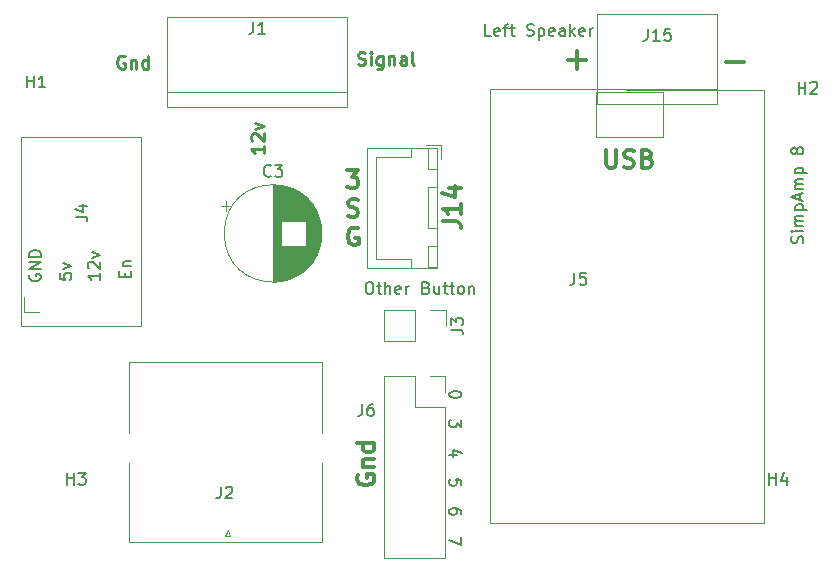
<source format=gbr>
G04 #@! TF.GenerationSoftware,KiCad,Pcbnew,(6.0.0)*
G04 #@! TF.CreationDate,2022-07-24T20:55:29-05:00*
G04 #@! TF.ProjectId,SimpleBuildSoundsAmp,53696d70-6c65-4427-9569-6c64536f756e,rev?*
G04 #@! TF.SameCoordinates,Original*
G04 #@! TF.FileFunction,Legend,Top*
G04 #@! TF.FilePolarity,Positive*
%FSLAX46Y46*%
G04 Gerber Fmt 4.6, Leading zero omitted, Abs format (unit mm)*
G04 Created by KiCad (PCBNEW (6.0.0)) date 2022-07-24 20:55:29*
%MOMM*%
%LPD*%
G01*
G04 APERTURE LIST*
%ADD10C,0.223800*%
%ADD11C,0.149860*%
%ADD12C,0.150000*%
%ADD13C,0.300000*%
%ADD14C,0.120000*%
G04 APERTURE END LIST*
D10*
X142792857Y-47650000D02*
X142688095Y-47597619D01*
X142530952Y-47597619D01*
X142373809Y-47650000D01*
X142269047Y-47754761D01*
X142216666Y-47859523D01*
X142164285Y-48069047D01*
X142164285Y-48226190D01*
X142216666Y-48435714D01*
X142269047Y-48540476D01*
X142373809Y-48645238D01*
X142530952Y-48697619D01*
X142635714Y-48697619D01*
X142792857Y-48645238D01*
X142845238Y-48592857D01*
X142845238Y-48226190D01*
X142635714Y-48226190D01*
X143316666Y-47964285D02*
X143316666Y-48697619D01*
X143316666Y-48069047D02*
X143369047Y-48016666D01*
X143473809Y-47964285D01*
X143630952Y-47964285D01*
X143735714Y-48016666D01*
X143788095Y-48121428D01*
X143788095Y-48697619D01*
X144783333Y-48697619D02*
X144783333Y-47597619D01*
X144783333Y-48645238D02*
X144678571Y-48697619D01*
X144469047Y-48697619D01*
X144364285Y-48645238D01*
X144311904Y-48592857D01*
X144259523Y-48488095D01*
X144259523Y-48173809D01*
X144311904Y-48069047D01*
X144364285Y-48016666D01*
X144469047Y-47964285D01*
X144678571Y-47964285D01*
X144783333Y-48016666D01*
X162542857Y-48345238D02*
X162700000Y-48397619D01*
X162961904Y-48397619D01*
X163066666Y-48345238D01*
X163119047Y-48292857D01*
X163171428Y-48188095D01*
X163171428Y-48083333D01*
X163119047Y-47978571D01*
X163066666Y-47926190D01*
X162961904Y-47873809D01*
X162752380Y-47821428D01*
X162647619Y-47769047D01*
X162595238Y-47716666D01*
X162542857Y-47611904D01*
X162542857Y-47507142D01*
X162595238Y-47402380D01*
X162647619Y-47350000D01*
X162752380Y-47297619D01*
X163014285Y-47297619D01*
X163171428Y-47350000D01*
X163642857Y-48397619D02*
X163642857Y-47664285D01*
X163642857Y-47297619D02*
X163590476Y-47350000D01*
X163642857Y-47402380D01*
X163695238Y-47350000D01*
X163642857Y-47297619D01*
X163642857Y-47402380D01*
X164638095Y-47664285D02*
X164638095Y-48554761D01*
X164585714Y-48659523D01*
X164533333Y-48711904D01*
X164428571Y-48764285D01*
X164271428Y-48764285D01*
X164166666Y-48711904D01*
X164638095Y-48345238D02*
X164533333Y-48397619D01*
X164323809Y-48397619D01*
X164219047Y-48345238D01*
X164166666Y-48292857D01*
X164114285Y-48188095D01*
X164114285Y-47873809D01*
X164166666Y-47769047D01*
X164219047Y-47716666D01*
X164323809Y-47664285D01*
X164533333Y-47664285D01*
X164638095Y-47716666D01*
X165161904Y-47664285D02*
X165161904Y-48397619D01*
X165161904Y-47769047D02*
X165214285Y-47716666D01*
X165319047Y-47664285D01*
X165476190Y-47664285D01*
X165580952Y-47716666D01*
X165633333Y-47821428D01*
X165633333Y-48397619D01*
X166628571Y-48397619D02*
X166628571Y-47821428D01*
X166576190Y-47716666D01*
X166471428Y-47664285D01*
X166261904Y-47664285D01*
X166157142Y-47716666D01*
X166628571Y-48345238D02*
X166523809Y-48397619D01*
X166261904Y-48397619D01*
X166157142Y-48345238D01*
X166104761Y-48240476D01*
X166104761Y-48135714D01*
X166157142Y-48030952D01*
X166261904Y-47978571D01*
X166523809Y-47978571D01*
X166628571Y-47926190D01*
X167309523Y-48397619D02*
X167204761Y-48345238D01*
X167152380Y-48240476D01*
X167152380Y-47297619D01*
D11*
X200204761Y-63472610D02*
X200252380Y-63329754D01*
X200252380Y-63091659D01*
X200204761Y-62996421D01*
X200157142Y-62948802D01*
X200061904Y-62901183D01*
X199966666Y-62901183D01*
X199871428Y-62948802D01*
X199823809Y-62996421D01*
X199776190Y-63091659D01*
X199728571Y-63282135D01*
X199680952Y-63377373D01*
X199633333Y-63424992D01*
X199538095Y-63472610D01*
X199442857Y-63472610D01*
X199347619Y-63424992D01*
X199300001Y-63377373D01*
X199252382Y-63282135D01*
X199252382Y-63044040D01*
X199300001Y-62901183D01*
X200252380Y-62472612D02*
X199585714Y-62472612D01*
X199252382Y-62472612D02*
X199300001Y-62520231D01*
X199347619Y-62472612D01*
X199300001Y-62424994D01*
X199252382Y-62472612D01*
X199347619Y-62472612D01*
X200252380Y-61996423D02*
X199585714Y-61996423D01*
X199680952Y-61996423D02*
X199633333Y-61948804D01*
X199585714Y-61853566D01*
X199585714Y-61710709D01*
X199633333Y-61615471D01*
X199728571Y-61567852D01*
X200252380Y-61567852D01*
X199728571Y-61567852D02*
X199633333Y-61520233D01*
X199585714Y-61424996D01*
X199585714Y-61282139D01*
X199633333Y-61186901D01*
X199728571Y-61139282D01*
X200252380Y-61139282D01*
X199585714Y-60663092D02*
X200585712Y-60663092D01*
X199633333Y-60663092D02*
X199585714Y-60567854D01*
X199585714Y-60377379D01*
X199633333Y-60282141D01*
X199680952Y-60234522D01*
X199776190Y-60186903D01*
X200061904Y-60186903D01*
X200157142Y-60234522D01*
X200204761Y-60282141D01*
X200252380Y-60377379D01*
X200252380Y-60567854D01*
X200204761Y-60663092D01*
X199966666Y-59805951D02*
X199966666Y-59329762D01*
X200252380Y-59901189D02*
X199252382Y-59567856D01*
X200252380Y-59234524D01*
X200252380Y-58901191D02*
X199585714Y-58901191D01*
X199680952Y-58901191D02*
X199633333Y-58853572D01*
X199585714Y-58758334D01*
X199585714Y-58615477D01*
X199633333Y-58520239D01*
X199728571Y-58472620D01*
X200252380Y-58472620D01*
X199728571Y-58472620D02*
X199633333Y-58425002D01*
X199585714Y-58329764D01*
X199585714Y-58186907D01*
X199633333Y-58091669D01*
X199728571Y-58044050D01*
X200252380Y-58044050D01*
X199585714Y-57567860D02*
X200585712Y-57567860D01*
X199633333Y-57567860D02*
X199585714Y-57472622D01*
X199585714Y-57282147D01*
X199633333Y-57186909D01*
X199680952Y-57139290D01*
X199776190Y-57091671D01*
X200061904Y-57091671D01*
X200157142Y-57139290D01*
X200204761Y-57186909D01*
X200252380Y-57282147D01*
X200252380Y-57472622D01*
X200204761Y-57567860D01*
X199680952Y-55758340D02*
X199633333Y-55853578D01*
X199585714Y-55901197D01*
X199490476Y-55948816D01*
X199442857Y-55948816D01*
X199347619Y-55901197D01*
X199300001Y-55853578D01*
X199252382Y-55758340D01*
X199252382Y-55567864D01*
X199300001Y-55472626D01*
X199347619Y-55425008D01*
X199442857Y-55377389D01*
X199490476Y-55377389D01*
X199585714Y-55425008D01*
X199633333Y-55472626D01*
X199680952Y-55567864D01*
X199680952Y-55758340D01*
X199728571Y-55853578D01*
X199776190Y-55901197D01*
X199871428Y-55948816D01*
X200061904Y-55948816D01*
X200157142Y-55901197D01*
X200204761Y-55853578D01*
X200252380Y-55758340D01*
X200252380Y-55567864D01*
X200204761Y-55472626D01*
X200157142Y-55425008D01*
X200061904Y-55377389D01*
X199871428Y-55377389D01*
X199776190Y-55425008D01*
X199728571Y-55472626D01*
X199680952Y-55567864D01*
D10*
X154597619Y-55228571D02*
X154597619Y-55857142D01*
X154597619Y-55542857D02*
X153497619Y-55542857D01*
X153654761Y-55647619D01*
X153759523Y-55752380D01*
X153811904Y-55857142D01*
X153602380Y-54809523D02*
X153550000Y-54757142D01*
X153497619Y-54652380D01*
X153497619Y-54390476D01*
X153550000Y-54285714D01*
X153602380Y-54233333D01*
X153707142Y-54180952D01*
X153811904Y-54180952D01*
X153969047Y-54233333D01*
X154597619Y-54861904D01*
X154597619Y-54180952D01*
X153864285Y-53814285D02*
X154597619Y-53552380D01*
X153864285Y-53290476D01*
D12*
X171287619Y-76250952D02*
X171287619Y-76346190D01*
X171240000Y-76441428D01*
X171192380Y-76489047D01*
X171097142Y-76536666D01*
X170906666Y-76584285D01*
X170668571Y-76584285D01*
X170478095Y-76536666D01*
X170382857Y-76489047D01*
X170335238Y-76441428D01*
X170287619Y-76346190D01*
X170287619Y-76250952D01*
X170335238Y-76155714D01*
X170382857Y-76108095D01*
X170478095Y-76060476D01*
X170668571Y-76012857D01*
X170906666Y-76012857D01*
X171097142Y-76060476D01*
X171192380Y-76108095D01*
X171240000Y-76155714D01*
X171287619Y-76250952D01*
X171287619Y-78441428D02*
X171287619Y-79060476D01*
X170906666Y-78727142D01*
X170906666Y-78870000D01*
X170859047Y-78965238D01*
X170811428Y-79012857D01*
X170716190Y-79060476D01*
X170478095Y-79060476D01*
X170382857Y-79012857D01*
X170335238Y-78965238D01*
X170287619Y-78870000D01*
X170287619Y-78584285D01*
X170335238Y-78489047D01*
X170382857Y-78441428D01*
X170954285Y-81441428D02*
X170287619Y-81441428D01*
X171335238Y-81203333D02*
X170620952Y-80965238D01*
X170620952Y-81584285D01*
X171287619Y-83965238D02*
X171287619Y-83489047D01*
X170811428Y-83441428D01*
X170859047Y-83489047D01*
X170906666Y-83584285D01*
X170906666Y-83822380D01*
X170859047Y-83917619D01*
X170811428Y-83965238D01*
X170716190Y-84012857D01*
X170478095Y-84012857D01*
X170382857Y-83965238D01*
X170335238Y-83917619D01*
X170287619Y-83822380D01*
X170287619Y-83584285D01*
X170335238Y-83489047D01*
X170382857Y-83441428D01*
X171287619Y-86393809D02*
X171287619Y-86203333D01*
X171240000Y-86108095D01*
X171192380Y-86060476D01*
X171049523Y-85965238D01*
X170859047Y-85917619D01*
X170478095Y-85917619D01*
X170382857Y-85965238D01*
X170335238Y-86012857D01*
X170287619Y-86108095D01*
X170287619Y-86298571D01*
X170335238Y-86393809D01*
X170382857Y-86441428D01*
X170478095Y-86489047D01*
X170716190Y-86489047D01*
X170811428Y-86441428D01*
X170859047Y-86393809D01*
X170906666Y-86298571D01*
X170906666Y-86108095D01*
X170859047Y-86012857D01*
X170811428Y-85965238D01*
X170716190Y-85917619D01*
X171287619Y-88346190D02*
X171287619Y-89012857D01*
X170287619Y-88584285D01*
D13*
X183557142Y-55578571D02*
X183557142Y-56792857D01*
X183628571Y-56935714D01*
X183700000Y-57007142D01*
X183842857Y-57078571D01*
X184128571Y-57078571D01*
X184271428Y-57007142D01*
X184342857Y-56935714D01*
X184414285Y-56792857D01*
X184414285Y-55578571D01*
X185057142Y-57007142D02*
X185271428Y-57078571D01*
X185628571Y-57078571D01*
X185771428Y-57007142D01*
X185842857Y-56935714D01*
X185914285Y-56792857D01*
X185914285Y-56650000D01*
X185842857Y-56507142D01*
X185771428Y-56435714D01*
X185628571Y-56364285D01*
X185342857Y-56292857D01*
X185200000Y-56221428D01*
X185128571Y-56150000D01*
X185057142Y-56007142D01*
X185057142Y-55864285D01*
X185128571Y-55721428D01*
X185200000Y-55650000D01*
X185342857Y-55578571D01*
X185700000Y-55578571D01*
X185914285Y-55650000D01*
X187057142Y-56292857D02*
X187271428Y-56364285D01*
X187342857Y-56435714D01*
X187414285Y-56578571D01*
X187414285Y-56792857D01*
X187342857Y-56935714D01*
X187271428Y-57007142D01*
X187128571Y-57078571D01*
X186557142Y-57078571D01*
X186557142Y-55578571D01*
X187057142Y-55578571D01*
X187200000Y-55650000D01*
X187271428Y-55721428D01*
X187342857Y-55864285D01*
X187342857Y-56007142D01*
X187271428Y-56150000D01*
X187200000Y-56221428D01*
X187057142Y-56292857D01*
X186557142Y-56292857D01*
X193738095Y-48142857D02*
X195261904Y-48142857D01*
X162510000Y-83124285D02*
X162438571Y-83267142D01*
X162438571Y-83481428D01*
X162510000Y-83695714D01*
X162652857Y-83838571D01*
X162795714Y-83910000D01*
X163081428Y-83981428D01*
X163295714Y-83981428D01*
X163581428Y-83910000D01*
X163724285Y-83838571D01*
X163867142Y-83695714D01*
X163938571Y-83481428D01*
X163938571Y-83338571D01*
X163867142Y-83124285D01*
X163795714Y-83052857D01*
X163295714Y-83052857D01*
X163295714Y-83338571D01*
X162938571Y-82410000D02*
X163938571Y-82410000D01*
X163081428Y-82410000D02*
X163010000Y-82338571D01*
X162938571Y-82195714D01*
X162938571Y-81981428D01*
X163010000Y-81838571D01*
X163152857Y-81767142D01*
X163938571Y-81767142D01*
X163938571Y-80410000D02*
X162438571Y-80410000D01*
X163867142Y-80410000D02*
X163938571Y-80552857D01*
X163938571Y-80838571D01*
X163867142Y-80981428D01*
X163795714Y-81052857D01*
X163652857Y-81124285D01*
X163224285Y-81124285D01*
X163081428Y-81052857D01*
X163010000Y-80981428D01*
X162938571Y-80838571D01*
X162938571Y-80552857D01*
X163010000Y-80410000D01*
X180338095Y-47942857D02*
X181861904Y-47942857D01*
X181100000Y-48704761D02*
X181100000Y-47180952D01*
X161650000Y-57323571D02*
X162578571Y-57323571D01*
X162078571Y-57895000D01*
X162292857Y-57895000D01*
X162435714Y-57966428D01*
X162507142Y-58037857D01*
X162578571Y-58180714D01*
X162578571Y-58537857D01*
X162507142Y-58680714D01*
X162435714Y-58752142D01*
X162292857Y-58823571D01*
X161864285Y-58823571D01*
X161721428Y-58752142D01*
X161650000Y-58680714D01*
X161721428Y-61167142D02*
X161935714Y-61238571D01*
X162292857Y-61238571D01*
X162435714Y-61167142D01*
X162507142Y-61095714D01*
X162578571Y-60952857D01*
X162578571Y-60810000D01*
X162507142Y-60667142D01*
X162435714Y-60595714D01*
X162292857Y-60524285D01*
X162007142Y-60452857D01*
X161864285Y-60381428D01*
X161792857Y-60310000D01*
X161721428Y-60167142D01*
X161721428Y-60024285D01*
X161792857Y-59881428D01*
X161864285Y-59810000D01*
X162007142Y-59738571D01*
X162364285Y-59738571D01*
X162578571Y-59810000D01*
X162542857Y-62225000D02*
X162400000Y-62153571D01*
X162185714Y-62153571D01*
X161971428Y-62225000D01*
X161828571Y-62367857D01*
X161757142Y-62510714D01*
X161685714Y-62796428D01*
X161685714Y-63010714D01*
X161757142Y-63296428D01*
X161828571Y-63439285D01*
X161971428Y-63582142D01*
X162185714Y-63653571D01*
X162328571Y-63653571D01*
X162542857Y-63582142D01*
X162614285Y-63510714D01*
X162614285Y-63010714D01*
X162328571Y-63010714D01*
D12*
X170442380Y-70803333D02*
X171156666Y-70803333D01*
X171299523Y-70850952D01*
X171394761Y-70946190D01*
X171442380Y-71089047D01*
X171442380Y-71184285D01*
X170442380Y-70422380D02*
X170442380Y-69803333D01*
X170823333Y-70136666D01*
X170823333Y-69993809D01*
X170870952Y-69898571D01*
X170918571Y-69850952D01*
X171013809Y-69803333D01*
X171251904Y-69803333D01*
X171347142Y-69850952D01*
X171394761Y-69898571D01*
X171442380Y-69993809D01*
X171442380Y-70279523D01*
X171394761Y-70374761D01*
X171347142Y-70422380D01*
X163429047Y-66772380D02*
X163619523Y-66772380D01*
X163714761Y-66820000D01*
X163810000Y-66915238D01*
X163857619Y-67105714D01*
X163857619Y-67439047D01*
X163810000Y-67629523D01*
X163714761Y-67724761D01*
X163619523Y-67772380D01*
X163429047Y-67772380D01*
X163333809Y-67724761D01*
X163238571Y-67629523D01*
X163190952Y-67439047D01*
X163190952Y-67105714D01*
X163238571Y-66915238D01*
X163333809Y-66820000D01*
X163429047Y-66772380D01*
X164143333Y-67105714D02*
X164524285Y-67105714D01*
X164286190Y-66772380D02*
X164286190Y-67629523D01*
X164333809Y-67724761D01*
X164429047Y-67772380D01*
X164524285Y-67772380D01*
X164857619Y-67772380D02*
X164857619Y-66772380D01*
X165286190Y-67772380D02*
X165286190Y-67248571D01*
X165238571Y-67153333D01*
X165143333Y-67105714D01*
X165000476Y-67105714D01*
X164905238Y-67153333D01*
X164857619Y-67200952D01*
X166143333Y-67724761D02*
X166048095Y-67772380D01*
X165857619Y-67772380D01*
X165762380Y-67724761D01*
X165714761Y-67629523D01*
X165714761Y-67248571D01*
X165762380Y-67153333D01*
X165857619Y-67105714D01*
X166048095Y-67105714D01*
X166143333Y-67153333D01*
X166190952Y-67248571D01*
X166190952Y-67343809D01*
X165714761Y-67439047D01*
X166619523Y-67772380D02*
X166619523Y-67105714D01*
X166619523Y-67296190D02*
X166667142Y-67200952D01*
X166714761Y-67153333D01*
X166810000Y-67105714D01*
X166905238Y-67105714D01*
X168333809Y-67248571D02*
X168476666Y-67296190D01*
X168524285Y-67343809D01*
X168571904Y-67439047D01*
X168571904Y-67581904D01*
X168524285Y-67677142D01*
X168476666Y-67724761D01*
X168381428Y-67772380D01*
X168000476Y-67772380D01*
X168000476Y-66772380D01*
X168333809Y-66772380D01*
X168429047Y-66820000D01*
X168476666Y-66867619D01*
X168524285Y-66962857D01*
X168524285Y-67058095D01*
X168476666Y-67153333D01*
X168429047Y-67200952D01*
X168333809Y-67248571D01*
X168000476Y-67248571D01*
X169429047Y-67105714D02*
X169429047Y-67772380D01*
X169000476Y-67105714D02*
X169000476Y-67629523D01*
X169048095Y-67724761D01*
X169143333Y-67772380D01*
X169286190Y-67772380D01*
X169381428Y-67724761D01*
X169429047Y-67677142D01*
X169762380Y-67105714D02*
X170143333Y-67105714D01*
X169905238Y-66772380D02*
X169905238Y-67629523D01*
X169952857Y-67724761D01*
X170048095Y-67772380D01*
X170143333Y-67772380D01*
X170333809Y-67105714D02*
X170714761Y-67105714D01*
X170476666Y-66772380D02*
X170476666Y-67629523D01*
X170524285Y-67724761D01*
X170619523Y-67772380D01*
X170714761Y-67772380D01*
X171190952Y-67772380D02*
X171095714Y-67724761D01*
X171048095Y-67677142D01*
X171000476Y-67581904D01*
X171000476Y-67296190D01*
X171048095Y-67200952D01*
X171095714Y-67153333D01*
X171190952Y-67105714D01*
X171333809Y-67105714D01*
X171429047Y-67153333D01*
X171476666Y-67200952D01*
X171524285Y-67296190D01*
X171524285Y-67581904D01*
X171476666Y-67677142D01*
X171429047Y-67724761D01*
X171333809Y-67772380D01*
X171190952Y-67772380D01*
X171952857Y-67105714D02*
X171952857Y-67772380D01*
X171952857Y-67200952D02*
X172000476Y-67153333D01*
X172095714Y-67105714D01*
X172238571Y-67105714D01*
X172333809Y-67153333D01*
X172381428Y-67248571D01*
X172381428Y-67772380D01*
X155183333Y-57757142D02*
X155135714Y-57804761D01*
X154992857Y-57852380D01*
X154897619Y-57852380D01*
X154754761Y-57804761D01*
X154659523Y-57709523D01*
X154611904Y-57614285D01*
X154564285Y-57423809D01*
X154564285Y-57280952D01*
X154611904Y-57090476D01*
X154659523Y-56995238D01*
X154754761Y-56900000D01*
X154897619Y-56852380D01*
X154992857Y-56852380D01*
X155135714Y-56900000D01*
X155183333Y-56947619D01*
X155516666Y-56852380D02*
X156135714Y-56852380D01*
X155802380Y-57233333D01*
X155945238Y-57233333D01*
X156040476Y-57280952D01*
X156088095Y-57328571D01*
X156135714Y-57423809D01*
X156135714Y-57661904D01*
X156088095Y-57757142D01*
X156040476Y-57804761D01*
X155945238Y-57852380D01*
X155659523Y-57852380D01*
X155564285Y-57804761D01*
X155516666Y-57757142D01*
X138634780Y-61228633D02*
X139349066Y-61228633D01*
X139491923Y-61276252D01*
X139587161Y-61371490D01*
X139634780Y-61514347D01*
X139634780Y-61609585D01*
X138968114Y-60323871D02*
X139634780Y-60323871D01*
X138587161Y-60561966D02*
X139301447Y-60800061D01*
X139301447Y-60181014D01*
X140666020Y-65998088D02*
X140666020Y-66569517D01*
X140666020Y-66283802D02*
X139666020Y-66283802D01*
X139808878Y-66379040D01*
X139904116Y-66474279D01*
X139951735Y-66569517D01*
X139761259Y-65617136D02*
X139713640Y-65569517D01*
X139666020Y-65474279D01*
X139666020Y-65236183D01*
X139713640Y-65140945D01*
X139761259Y-65093326D01*
X139856497Y-65045707D01*
X139951735Y-65045707D01*
X140094592Y-65093326D01*
X140666020Y-65664755D01*
X140666020Y-65045707D01*
X139999354Y-64712374D02*
X140666020Y-64474279D01*
X139999354Y-64236183D01*
X137278420Y-66041957D02*
X137278420Y-66518147D01*
X137754611Y-66565766D01*
X137706992Y-66518147D01*
X137659373Y-66422909D01*
X137659373Y-66184814D01*
X137706992Y-66089576D01*
X137754611Y-66041957D01*
X137849849Y-65994338D01*
X138087944Y-65994338D01*
X138183182Y-66041957D01*
X138230801Y-66089576D01*
X138278420Y-66184814D01*
X138278420Y-66422909D01*
X138230801Y-66518147D01*
X138183182Y-66565766D01*
X137611754Y-65661004D02*
X138278420Y-65422909D01*
X137611754Y-65184814D01*
X134742860Y-66147924D02*
X134695240Y-66243162D01*
X134695240Y-66386020D01*
X134742860Y-66528877D01*
X134838098Y-66624115D01*
X134933336Y-66671734D01*
X135123812Y-66719353D01*
X135266669Y-66719353D01*
X135457145Y-66671734D01*
X135552383Y-66624115D01*
X135647621Y-66528877D01*
X135695240Y-66386020D01*
X135695240Y-66290781D01*
X135647621Y-66147924D01*
X135600002Y-66100305D01*
X135266669Y-66100305D01*
X135266669Y-66290781D01*
X135695240Y-65671734D02*
X134695240Y-65671734D01*
X135695240Y-65100305D01*
X134695240Y-65100305D01*
X135695240Y-64624115D02*
X134695240Y-64624115D01*
X134695240Y-64386020D01*
X134742860Y-64243162D01*
X134838098Y-64147924D01*
X134933336Y-64100305D01*
X135123812Y-64052686D01*
X135266669Y-64052686D01*
X135457145Y-64100305D01*
X135552383Y-64147924D01*
X135647621Y-64243162D01*
X135695240Y-64386020D01*
X135695240Y-64624115D01*
X142806671Y-66349866D02*
X142806671Y-66016533D01*
X143330480Y-65873676D02*
X143330480Y-66349866D01*
X142330480Y-66349866D01*
X142330480Y-65873676D01*
X142663814Y-65445104D02*
X143330480Y-65445104D01*
X142759052Y-65445104D02*
X142711433Y-65397485D01*
X142663814Y-65302247D01*
X142663814Y-65159390D01*
X142711433Y-65064152D01*
X142806671Y-65016533D01*
X143330480Y-65016533D01*
X150919066Y-84080300D02*
X150919066Y-84794586D01*
X150871447Y-84937443D01*
X150776209Y-85032681D01*
X150633352Y-85080300D01*
X150538114Y-85080300D01*
X151347638Y-84175539D02*
X151395257Y-84127920D01*
X151490495Y-84080300D01*
X151728590Y-84080300D01*
X151823828Y-84127920D01*
X151871447Y-84175539D01*
X151919066Y-84270777D01*
X151919066Y-84366015D01*
X151871447Y-84508872D01*
X151300019Y-85080300D01*
X151919066Y-85080300D01*
X187090476Y-45342380D02*
X187090476Y-46056666D01*
X187042857Y-46199523D01*
X186947619Y-46294761D01*
X186804761Y-46342380D01*
X186709523Y-46342380D01*
X188090476Y-46342380D02*
X187519047Y-46342380D01*
X187804761Y-46342380D02*
X187804761Y-45342380D01*
X187709523Y-45485238D01*
X187614285Y-45580476D01*
X187519047Y-45628095D01*
X188995238Y-45342380D02*
X188519047Y-45342380D01*
X188471428Y-45818571D01*
X188519047Y-45770952D01*
X188614285Y-45723333D01*
X188852380Y-45723333D01*
X188947619Y-45770952D01*
X188995238Y-45818571D01*
X189042857Y-45913809D01*
X189042857Y-46151904D01*
X188995238Y-46247142D01*
X188947619Y-46294761D01*
X188852380Y-46342380D01*
X188614285Y-46342380D01*
X188519047Y-46294761D01*
X188471428Y-46247142D01*
X173806190Y-45922380D02*
X173330000Y-45922380D01*
X173330000Y-44922380D01*
X174520476Y-45874761D02*
X174425238Y-45922380D01*
X174234761Y-45922380D01*
X174139523Y-45874761D01*
X174091904Y-45779523D01*
X174091904Y-45398571D01*
X174139523Y-45303333D01*
X174234761Y-45255714D01*
X174425238Y-45255714D01*
X174520476Y-45303333D01*
X174568095Y-45398571D01*
X174568095Y-45493809D01*
X174091904Y-45589047D01*
X174853809Y-45255714D02*
X175234761Y-45255714D01*
X174996666Y-45922380D02*
X174996666Y-45065238D01*
X175044285Y-44970000D01*
X175139523Y-44922380D01*
X175234761Y-44922380D01*
X175425238Y-45255714D02*
X175806190Y-45255714D01*
X175568095Y-44922380D02*
X175568095Y-45779523D01*
X175615714Y-45874761D01*
X175710952Y-45922380D01*
X175806190Y-45922380D01*
X176853809Y-45874761D02*
X176996666Y-45922380D01*
X177234761Y-45922380D01*
X177330000Y-45874761D01*
X177377619Y-45827142D01*
X177425238Y-45731904D01*
X177425238Y-45636666D01*
X177377619Y-45541428D01*
X177330000Y-45493809D01*
X177234761Y-45446190D01*
X177044285Y-45398571D01*
X176949047Y-45350952D01*
X176901428Y-45303333D01*
X176853809Y-45208095D01*
X176853809Y-45112857D01*
X176901428Y-45017619D01*
X176949047Y-44970000D01*
X177044285Y-44922380D01*
X177282380Y-44922380D01*
X177425238Y-44970000D01*
X177853809Y-45255714D02*
X177853809Y-46255714D01*
X177853809Y-45303333D02*
X177949047Y-45255714D01*
X178139523Y-45255714D01*
X178234761Y-45303333D01*
X178282380Y-45350952D01*
X178330000Y-45446190D01*
X178330000Y-45731904D01*
X178282380Y-45827142D01*
X178234761Y-45874761D01*
X178139523Y-45922380D01*
X177949047Y-45922380D01*
X177853809Y-45874761D01*
X179139523Y-45874761D02*
X179044285Y-45922380D01*
X178853809Y-45922380D01*
X178758571Y-45874761D01*
X178710952Y-45779523D01*
X178710952Y-45398571D01*
X178758571Y-45303333D01*
X178853809Y-45255714D01*
X179044285Y-45255714D01*
X179139523Y-45303333D01*
X179187142Y-45398571D01*
X179187142Y-45493809D01*
X178710952Y-45589047D01*
X180044285Y-45922380D02*
X180044285Y-45398571D01*
X179996666Y-45303333D01*
X179901428Y-45255714D01*
X179710952Y-45255714D01*
X179615714Y-45303333D01*
X180044285Y-45874761D02*
X179949047Y-45922380D01*
X179710952Y-45922380D01*
X179615714Y-45874761D01*
X179568095Y-45779523D01*
X179568095Y-45684285D01*
X179615714Y-45589047D01*
X179710952Y-45541428D01*
X179949047Y-45541428D01*
X180044285Y-45493809D01*
X180520476Y-45922380D02*
X180520476Y-44922380D01*
X180615714Y-45541428D02*
X180901428Y-45922380D01*
X180901428Y-45255714D02*
X180520476Y-45636666D01*
X181710952Y-45874761D02*
X181615714Y-45922380D01*
X181425238Y-45922380D01*
X181330000Y-45874761D01*
X181282380Y-45779523D01*
X181282380Y-45398571D01*
X181330000Y-45303333D01*
X181425238Y-45255714D01*
X181615714Y-45255714D01*
X181710952Y-45303333D01*
X181758571Y-45398571D01*
X181758571Y-45493809D01*
X181282380Y-45589047D01*
X182187142Y-45922380D02*
X182187142Y-45255714D01*
X182187142Y-45446190D02*
X182234761Y-45350952D01*
X182282380Y-45303333D01*
X182377619Y-45255714D01*
X182472857Y-45255714D01*
X134518095Y-50282380D02*
X134518095Y-49282380D01*
X134518095Y-49758571D02*
X135089523Y-49758571D01*
X135089523Y-50282380D02*
X135089523Y-49282380D01*
X136089523Y-50282380D02*
X135518095Y-50282380D01*
X135803809Y-50282380D02*
X135803809Y-49282380D01*
X135708571Y-49425238D01*
X135613333Y-49520476D01*
X135518095Y-49568095D01*
X199848095Y-50822380D02*
X199848095Y-49822380D01*
X199848095Y-50298571D02*
X200419523Y-50298571D01*
X200419523Y-50822380D02*
X200419523Y-49822380D01*
X200848095Y-49917619D02*
X200895714Y-49870000D01*
X200990952Y-49822380D01*
X201229047Y-49822380D01*
X201324285Y-49870000D01*
X201371904Y-49917619D01*
X201419523Y-50012857D01*
X201419523Y-50108095D01*
X201371904Y-50250952D01*
X200800476Y-50822380D01*
X201419523Y-50822380D01*
X137922095Y-83924880D02*
X137922095Y-82924880D01*
X137922095Y-83401071D02*
X138493523Y-83401071D01*
X138493523Y-83924880D02*
X138493523Y-82924880D01*
X138874476Y-82924880D02*
X139493523Y-82924880D01*
X139160190Y-83305833D01*
X139303047Y-83305833D01*
X139398285Y-83353452D01*
X139445904Y-83401071D01*
X139493523Y-83496309D01*
X139493523Y-83734404D01*
X139445904Y-83829642D01*
X139398285Y-83877261D01*
X139303047Y-83924880D01*
X139017333Y-83924880D01*
X138922095Y-83877261D01*
X138874476Y-83829642D01*
X197358095Y-83924880D02*
X197358095Y-82924880D01*
X197358095Y-83401071D02*
X197929523Y-83401071D01*
X197929523Y-83924880D02*
X197929523Y-82924880D01*
X198834285Y-83258214D02*
X198834285Y-83924880D01*
X198596190Y-82877261D02*
X198358095Y-83591547D01*
X198977142Y-83591547D01*
X180876666Y-65992380D02*
X180876666Y-66706666D01*
X180829047Y-66849523D01*
X180733809Y-66944761D01*
X180590952Y-66992380D01*
X180495714Y-66992380D01*
X181829047Y-65992380D02*
X181352857Y-65992380D01*
X181305238Y-66468571D01*
X181352857Y-66420952D01*
X181448095Y-66373333D01*
X181686190Y-66373333D01*
X181781428Y-66420952D01*
X181829047Y-66468571D01*
X181876666Y-66563809D01*
X181876666Y-66801904D01*
X181829047Y-66897142D01*
X181781428Y-66944761D01*
X181686190Y-66992380D01*
X181448095Y-66992380D01*
X181352857Y-66944761D01*
X181305238Y-66897142D01*
X153666666Y-44752380D02*
X153666666Y-45466666D01*
X153619047Y-45609523D01*
X153523809Y-45704761D01*
X153380952Y-45752380D01*
X153285714Y-45752380D01*
X154666666Y-45752380D02*
X154095238Y-45752380D01*
X154380952Y-45752380D02*
X154380952Y-44752380D01*
X154285714Y-44895238D01*
X154190476Y-44990476D01*
X154095238Y-45038095D01*
D13*
X169738571Y-61634285D02*
X170810000Y-61634285D01*
X171024285Y-61705714D01*
X171167142Y-61848571D01*
X171238571Y-62062857D01*
X171238571Y-62205714D01*
X171238571Y-60134285D02*
X171238571Y-60991428D01*
X171238571Y-60562857D02*
X169738571Y-60562857D01*
X169952857Y-60705714D01*
X170095714Y-60848571D01*
X170167142Y-60991428D01*
X170238571Y-58848571D02*
X171238571Y-58848571D01*
X169667142Y-59205714D02*
X170738571Y-59562857D01*
X170738571Y-58634285D01*
D12*
X162906666Y-77092380D02*
X162906666Y-77806666D01*
X162859047Y-77949523D01*
X162763809Y-78044761D01*
X162620952Y-78092380D01*
X162525714Y-78092380D01*
X163811428Y-77092380D02*
X163620952Y-77092380D01*
X163525714Y-77140000D01*
X163478095Y-77187619D01*
X163382857Y-77330476D01*
X163335238Y-77520952D01*
X163335238Y-77901904D01*
X163382857Y-77997142D01*
X163430476Y-78044761D01*
X163525714Y-78092380D01*
X163716190Y-78092380D01*
X163811428Y-78044761D01*
X163859047Y-77997142D01*
X163906666Y-77901904D01*
X163906666Y-77663809D01*
X163859047Y-77568571D01*
X163811428Y-77520952D01*
X163716190Y-77473333D01*
X163525714Y-77473333D01*
X163430476Y-77520952D01*
X163382857Y-77568571D01*
X163335238Y-77663809D01*
D14*
X167390000Y-69140000D02*
X164790000Y-69140000D01*
X167390000Y-71800000D02*
X164790000Y-71800000D01*
X168660000Y-69140000D02*
X169990000Y-69140000D01*
X164790000Y-69140000D02*
X164790000Y-71800000D01*
X169990000Y-69140000D02*
X169990000Y-70470000D01*
X167390000Y-69140000D02*
X167390000Y-71800000D01*
X156951000Y-58893000D02*
X156951000Y-61610000D01*
X156471000Y-63690000D02*
X156471000Y-66575000D01*
X156831000Y-58845000D02*
X156831000Y-61610000D01*
X156791000Y-58829000D02*
X156791000Y-61610000D01*
X155350000Y-58570000D02*
X155350000Y-66730000D01*
X157191000Y-63690000D02*
X157191000Y-66297000D01*
X159311000Y-61552000D02*
X159311000Y-63748000D01*
X157231000Y-59023000D02*
X157231000Y-61610000D01*
X159191000Y-61197000D02*
X159191000Y-64103000D01*
X157991000Y-63690000D02*
X157991000Y-65774000D01*
X157071000Y-58946000D02*
X157071000Y-61610000D01*
X159271000Y-61421000D02*
X159271000Y-63879000D01*
X156151000Y-63690000D02*
X156151000Y-66652000D01*
X156071000Y-58633000D02*
X156071000Y-61610000D01*
X156111000Y-63690000D02*
X156111000Y-66660000D01*
X158031000Y-63690000D02*
X158031000Y-65740000D01*
X158231000Y-59743000D02*
X158231000Y-65557000D01*
X156431000Y-63690000D02*
X156431000Y-66586000D01*
X158071000Y-63690000D02*
X158071000Y-65705000D01*
X159431000Y-62117000D02*
X159431000Y-63183000D01*
X155470000Y-58571000D02*
X155470000Y-66729000D01*
X158191000Y-59705000D02*
X158191000Y-65595000D01*
X157311000Y-63690000D02*
X157311000Y-66234000D01*
X151340302Y-59935000D02*
X151340302Y-60735000D01*
X158551000Y-60094000D02*
X158551000Y-65206000D01*
X157111000Y-58964000D02*
X157111000Y-61610000D01*
X156311000Y-58683000D02*
X156311000Y-61610000D01*
X157911000Y-59461000D02*
X157911000Y-61610000D01*
X158711000Y-60305000D02*
X158711000Y-64995000D01*
X156591000Y-58761000D02*
X156591000Y-61610000D01*
X156751000Y-63690000D02*
X156751000Y-66485000D01*
X156071000Y-63690000D02*
X156071000Y-66667000D01*
X158151000Y-59667000D02*
X158151000Y-65633000D01*
X157711000Y-59312000D02*
X157711000Y-61610000D01*
X157791000Y-63690000D02*
X157791000Y-65930000D01*
X157871000Y-63690000D02*
X157871000Y-65870000D01*
X150940302Y-60335000D02*
X151740302Y-60335000D01*
X155950000Y-58613000D02*
X155950000Y-66687000D01*
X158991000Y-60760000D02*
X158991000Y-64540000D01*
X156191000Y-58656000D02*
X156191000Y-61610000D01*
X157831000Y-63690000D02*
X157831000Y-65900000D01*
X155630000Y-58579000D02*
X155630000Y-66721000D01*
X158591000Y-60145000D02*
X158591000Y-65155000D01*
X157111000Y-63690000D02*
X157111000Y-66336000D01*
X159111000Y-61005000D02*
X159111000Y-64295000D01*
X157751000Y-63690000D02*
X157751000Y-65959000D01*
X156951000Y-63690000D02*
X156951000Y-66407000D01*
X156991000Y-58910000D02*
X156991000Y-61610000D01*
X158471000Y-59999000D02*
X158471000Y-65301000D01*
X158631000Y-60196000D02*
X158631000Y-65104000D01*
X159231000Y-61304000D02*
X159231000Y-63996000D01*
X157351000Y-63690000D02*
X157351000Y-66212000D01*
X158111000Y-63690000D02*
X158111000Y-65669000D01*
X157511000Y-59181000D02*
X157511000Y-61610000D01*
X156551000Y-58748000D02*
X156551000Y-61610000D01*
X158351000Y-59866000D02*
X158351000Y-65434000D01*
X158831000Y-60484000D02*
X158831000Y-64816000D01*
X156711000Y-58800000D02*
X156711000Y-61610000D01*
X157911000Y-63690000D02*
X157911000Y-65839000D01*
X157711000Y-63690000D02*
X157711000Y-65988000D01*
X155870000Y-58602000D02*
X155870000Y-66698000D01*
X156231000Y-58665000D02*
X156231000Y-61610000D01*
X157311000Y-59066000D02*
X157311000Y-61610000D01*
X155790000Y-58593000D02*
X155790000Y-66707000D01*
X156511000Y-58736000D02*
X156511000Y-61610000D01*
X158951000Y-60686000D02*
X158951000Y-64614000D01*
X157671000Y-63690000D02*
X157671000Y-66015000D01*
X157391000Y-63690000D02*
X157391000Y-66190000D01*
X159351000Y-61702000D02*
X159351000Y-63598000D01*
X156151000Y-58648000D02*
X156151000Y-61610000D01*
X158271000Y-59783000D02*
X158271000Y-65517000D01*
X155590000Y-58576000D02*
X155590000Y-66724000D01*
X156751000Y-58815000D02*
X156751000Y-61610000D01*
X156391000Y-63690000D02*
X156391000Y-66597000D01*
X158311000Y-59824000D02*
X158311000Y-65476000D01*
X157991000Y-59526000D02*
X157991000Y-61610000D01*
X156351000Y-63690000D02*
X156351000Y-66607000D01*
X156911000Y-58876000D02*
X156911000Y-61610000D01*
X156911000Y-63690000D02*
X156911000Y-66424000D01*
X159031000Y-60837000D02*
X159031000Y-64463000D01*
X157031000Y-63690000D02*
X157031000Y-66372000D01*
X157031000Y-58928000D02*
X157031000Y-61610000D01*
X158391000Y-59909000D02*
X158391000Y-65391000D01*
X157271000Y-63690000D02*
X157271000Y-66256000D01*
X157751000Y-59341000D02*
X157751000Y-61610000D01*
X157151000Y-58984000D02*
X157151000Y-61610000D01*
X157071000Y-63690000D02*
X157071000Y-66354000D01*
X156471000Y-58725000D02*
X156471000Y-61610000D01*
X158431000Y-59953000D02*
X158431000Y-65347000D01*
X156271000Y-63690000D02*
X156271000Y-66626000D01*
X155990000Y-58620000D02*
X155990000Y-66680000D01*
X156671000Y-63690000D02*
X156671000Y-66513000D01*
X155550000Y-58574000D02*
X155550000Y-66726000D01*
X158111000Y-59631000D02*
X158111000Y-61610000D01*
X157391000Y-59110000D02*
X157391000Y-61610000D01*
X157511000Y-63690000D02*
X157511000Y-66119000D01*
X157791000Y-59370000D02*
X157791000Y-61610000D01*
X156431000Y-58714000D02*
X156431000Y-61610000D01*
X156871000Y-63690000D02*
X156871000Y-66440000D01*
X158071000Y-59595000D02*
X158071000Y-61610000D01*
X156991000Y-63690000D02*
X156991000Y-66390000D01*
X155830000Y-58598000D02*
X155830000Y-66702000D01*
X157951000Y-63690000D02*
X157951000Y-65806000D01*
X156030000Y-58626000D02*
X156030000Y-66674000D01*
X157351000Y-59088000D02*
X157351000Y-61610000D01*
X157271000Y-59044000D02*
X157271000Y-61610000D01*
X156631000Y-63690000D02*
X156631000Y-66527000D01*
X156671000Y-58787000D02*
X156671000Y-61610000D01*
X157871000Y-59430000D02*
X157871000Y-61610000D01*
X158511000Y-60046000D02*
X158511000Y-65254000D01*
X155390000Y-58570000D02*
X155390000Y-66730000D01*
X156111000Y-58640000D02*
X156111000Y-61610000D01*
X156791000Y-63690000D02*
X156791000Y-66471000D01*
X156871000Y-58860000D02*
X156871000Y-61610000D01*
X155910000Y-58608000D02*
X155910000Y-66692000D01*
X157191000Y-59003000D02*
X157191000Y-61610000D01*
X158911000Y-60616000D02*
X158911000Y-64684000D01*
X157471000Y-63690000D02*
X157471000Y-66143000D01*
X158671000Y-60250000D02*
X158671000Y-65050000D01*
X157591000Y-59232000D02*
X157591000Y-61610000D01*
X158871000Y-60548000D02*
X158871000Y-64752000D01*
X156391000Y-58703000D02*
X156391000Y-61610000D01*
X157951000Y-59494000D02*
X157951000Y-61610000D01*
X156351000Y-58693000D02*
X156351000Y-61610000D01*
X156831000Y-63690000D02*
X156831000Y-66455000D01*
X156311000Y-63690000D02*
X156311000Y-66617000D01*
X158791000Y-60422000D02*
X158791000Y-64878000D01*
X156231000Y-63690000D02*
X156231000Y-66635000D01*
X155430000Y-58570000D02*
X155430000Y-66730000D01*
X156591000Y-63690000D02*
X156591000Y-66539000D01*
X158751000Y-60363000D02*
X158751000Y-64937000D01*
X155670000Y-58582000D02*
X155670000Y-66718000D01*
X159071000Y-60919000D02*
X159071000Y-64381000D01*
X157551000Y-63690000D02*
X157551000Y-66094000D01*
X157591000Y-63690000D02*
X157591000Y-66068000D01*
X156551000Y-63690000D02*
X156551000Y-66552000D01*
X157151000Y-63690000D02*
X157151000Y-66316000D01*
X155510000Y-58573000D02*
X155510000Y-66727000D01*
X157631000Y-63690000D02*
X157631000Y-66042000D01*
X155710000Y-58585000D02*
X155710000Y-66715000D01*
X157431000Y-63690000D02*
X157431000Y-66167000D01*
X157471000Y-59157000D02*
X157471000Y-61610000D01*
X159391000Y-61882000D02*
X159391000Y-63418000D01*
X157231000Y-63690000D02*
X157231000Y-66277000D01*
X157831000Y-59400000D02*
X157831000Y-61610000D01*
X157671000Y-59285000D02*
X157671000Y-61610000D01*
X159151000Y-61098000D02*
X159151000Y-64202000D01*
X156711000Y-63690000D02*
X156711000Y-66500000D01*
X157631000Y-59258000D02*
X157631000Y-61610000D01*
X156511000Y-63690000D02*
X156511000Y-66564000D01*
X156271000Y-58674000D02*
X156271000Y-61610000D01*
X157431000Y-59133000D02*
X157431000Y-61610000D01*
X155750000Y-58589000D02*
X155750000Y-66711000D01*
X157551000Y-59206000D02*
X157551000Y-61610000D01*
X156631000Y-58773000D02*
X156631000Y-61610000D01*
X158031000Y-59560000D02*
X158031000Y-61610000D01*
X156191000Y-63690000D02*
X156191000Y-66644000D01*
X159470000Y-62650000D02*
G75*
G03*
X159470000Y-62650000I-4120000J0D01*
G01*
X133989000Y-70521000D02*
X133989000Y-54521000D01*
X133989000Y-70521000D02*
X144149000Y-70521000D01*
X134250000Y-69290000D02*
X134250000Y-68020000D01*
X135520000Y-69290000D02*
X134250000Y-69290000D01*
X133989000Y-54521000D02*
X144149000Y-54521000D01*
X144149000Y-70521000D02*
X144149000Y-54521000D01*
X143125060Y-73540820D02*
X143125060Y-79553000D01*
X151501320Y-87797840D02*
X151287960Y-88229640D01*
X151287960Y-88229640D02*
X151727380Y-88229640D01*
X143125060Y-73540820D02*
X159535060Y-73540820D01*
X159536940Y-82049820D02*
X159535060Y-88780820D01*
X159535060Y-73540820D02*
X159535060Y-79553000D01*
X143126940Y-82049820D02*
X143125060Y-88780820D01*
X151727380Y-88229640D02*
X151501320Y-87797840D01*
X143125060Y-88780820D02*
X159535060Y-88780820D01*
X192920000Y-44090000D02*
X182760000Y-44090000D01*
X182760000Y-44090000D02*
X182760000Y-51710000D01*
X192920000Y-51710000D02*
X192920000Y-44090000D01*
X192920000Y-50440000D02*
X182760000Y-50440000D01*
X182760000Y-51710000D02*
X192920000Y-51710000D01*
X173729200Y-50442000D02*
X196920000Y-50470000D01*
X196920000Y-50470000D02*
X196920000Y-87150000D01*
X173720000Y-87150000D02*
X196920000Y-87150000D01*
X173729200Y-50442000D02*
X173720000Y-87150000D01*
X182670000Y-50665000D02*
X188385000Y-50665000D01*
X188385000Y-50665000D02*
X188385000Y-54475000D01*
X188385000Y-54475000D02*
X182670000Y-54475000D01*
X182670000Y-54475000D02*
X182670000Y-50665000D01*
X146360000Y-51910000D02*
X146360000Y-44290000D01*
X146360000Y-50640000D02*
X161600000Y-50640000D01*
X161600000Y-51910000D02*
X161600000Y-44290000D01*
X146360000Y-51910000D02*
X161600000Y-51910000D01*
X146360000Y-44290000D02*
X161600000Y-44290000D01*
X167010000Y-56180000D02*
X164060000Y-56180000D01*
X168510000Y-58730000D02*
X168510000Y-62230000D01*
X168510000Y-55430000D02*
X168510000Y-57230000D01*
X169260000Y-58730000D02*
X168510000Y-58730000D01*
X167010000Y-55430000D02*
X167010000Y-56180000D01*
X169260000Y-63730000D02*
X168510000Y-63730000D01*
X163300000Y-65540000D02*
X169270000Y-65540000D01*
X168510000Y-63730000D02*
X168510000Y-65530000D01*
X169270000Y-65540000D02*
X169270000Y-55420000D01*
X169260000Y-57230000D02*
X169260000Y-55430000D01*
X169260000Y-55430000D02*
X168510000Y-55430000D01*
X168510000Y-65530000D02*
X169260000Y-65530000D01*
X169560000Y-55130000D02*
X168310000Y-55130000D01*
X167010000Y-65530000D02*
X167010000Y-64780000D01*
X163300000Y-55420000D02*
X163300000Y-65540000D01*
X169270000Y-55420000D02*
X163300000Y-55420000D01*
X169560000Y-56380000D02*
X169560000Y-55130000D01*
X168510000Y-62230000D02*
X169260000Y-62230000D01*
X168510000Y-57230000D02*
X169260000Y-57230000D01*
X169260000Y-65530000D02*
X169260000Y-63730000D01*
X167010000Y-64780000D02*
X164060000Y-64780000D01*
X164060000Y-64780000D02*
X164060000Y-60480000D01*
X164060000Y-56180000D02*
X164060000Y-60480000D01*
X169260000Y-62230000D02*
X169260000Y-58730000D01*
X167350000Y-74745000D02*
X167350000Y-77345000D01*
X167350000Y-77345000D02*
X169950000Y-77345000D01*
X169950000Y-77345000D02*
X169950000Y-90105000D01*
X164750000Y-74745000D02*
X167350000Y-74745000D01*
X168620000Y-74745000D02*
X169950000Y-74745000D01*
X164750000Y-90105000D02*
X169950000Y-90105000D01*
X164750000Y-74745000D02*
X164750000Y-90105000D01*
X169950000Y-74745000D02*
X169950000Y-76075000D01*
M02*

</source>
